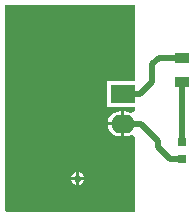
<source format=gbl>
G04*
G04 #@! TF.GenerationSoftware,Altium Limited,Altium Designer,25.2.1 (25)*
G04*
G04 Layer_Physical_Order=2*
G04 Layer_Color=16711680*
%FSLAX44Y44*%
%MOMM*%
G71*
G04*
G04 #@! TF.SameCoordinates,9DBAF68E-55E7-41F9-A940-57863198C997*
G04*
G04*
G04 #@! TF.FilePolarity,Positive*
G04*
G01*
G75*
%ADD13R,0.7000X0.7000*%
%ADD14R,1.2000X0.9000*%
%ADD19C,0.5000*%
%ADD20R,2.0000X1.6000*%
%ADD21O,2.0000X1.6000*%
%ADD22C,0.6000*%
G36*
X115000Y116000D02*
X92000D01*
Y94000D01*
X115000D01*
Y90528D01*
X113219Y89386D01*
X112000Y88937D01*
X109752Y89869D01*
X107000Y90231D01*
X106270D01*
Y79600D01*
Y68969D01*
X107000D01*
X109752Y69331D01*
X112000Y70263D01*
X113219Y69814D01*
X115000Y68672D01*
Y5000D01*
X7593D01*
X5000Y5984D01*
Y180000D01*
X115000D01*
Y116000D01*
D02*
G37*
%LPC*%
G36*
X103730Y90231D02*
X103000D01*
X100248Y89869D01*
X97684Y88807D01*
X95483Y87117D01*
X93793Y84916D01*
X92731Y82352D01*
X92536Y80870D01*
X103730D01*
Y90231D01*
D02*
G37*
G36*
Y78330D02*
X92536D01*
X92731Y76849D01*
X93793Y74285D01*
X95483Y72083D01*
X97684Y70393D01*
X100248Y69331D01*
X103000Y68969D01*
X103730D01*
Y78330D01*
D02*
G37*
G36*
X68270Y38470D02*
Y34270D01*
X72470D01*
X71697Y36138D01*
X70138Y37697D01*
X68270Y38470D01*
D02*
G37*
G36*
X65730D02*
X63862Y37697D01*
X62303Y36138D01*
X61530Y34270D01*
X65730D01*
Y38470D01*
D02*
G37*
G36*
X72470Y31730D02*
X68270D01*
Y27530D01*
X70138Y28303D01*
X71697Y29862D01*
X72470Y31730D01*
D02*
G37*
G36*
X65730D02*
X61530D01*
X62303Y29862D01*
X63862Y28303D01*
X65730Y27530D01*
Y31730D01*
D02*
G37*
%LPD*%
D13*
X155000Y64000D02*
D03*
Y50000D02*
D03*
D14*
Y135500D02*
D03*
Y114500D02*
D03*
D19*
X145000Y50000D02*
X155000D01*
X140000Y55000D02*
X145000Y50000D01*
X140000Y55000D02*
Y55000D01*
X135000Y60000D02*
X140000Y55000D01*
X135000Y60000D02*
Y65000D01*
X120400Y79600D02*
X135000Y65000D01*
X105000Y79600D02*
X120400D01*
X155000Y64000D02*
Y114500D01*
X135500Y135500D02*
X155000D01*
X130000Y130000D02*
X135500Y135500D01*
X130000Y115000D02*
Y130000D01*
X120000Y105000D02*
X130000Y115000D01*
X105000Y105000D02*
X120000D01*
D20*
X105000D02*
D03*
D21*
Y79600D02*
D03*
D22*
X67000Y33000D02*
D03*
M02*

</source>
